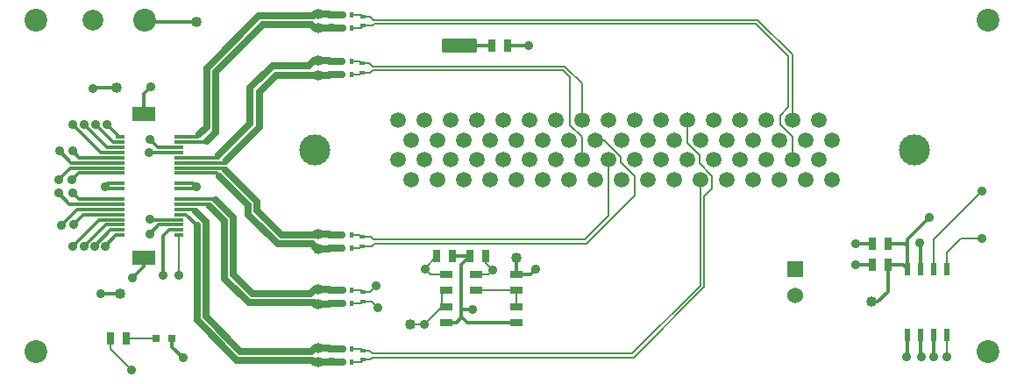
<source format=gtl>
G04 (created by PCBNEW (2013-jul-07)-stable) date Fri 08 Aug 2014 03:37:50 PM CDT*
%MOIN*%
G04 Gerber Fmt 3.4, Leading zero omitted, Abs format*
%FSLAX34Y34*%
G01*
G70*
G90*
G04 APERTURE LIST*
%ADD10C,0.00590551*%
%ADD11C,0.04*%
%ADD12R,0.02X0.045*%
%ADD13R,0.0354331X0.011811*%
%ADD14R,0.0866142X0.0531496*%
%ADD15R,0.045X0.025*%
%ADD16R,0.025X0.045*%
%ADD17R,0.0236X0.0157*%
%ADD18R,0.0157X0.0236*%
%ADD19C,0.0590551*%
%ADD20C,0.11811*%
%ADD21R,0.06X0.06*%
%ADD22C,0.06*%
%ADD23R,0.0314X0.0314*%
%ADD24C,0.0787402*%
%ADD25C,0.0866142*%
%ADD26C,0.035*%
%ADD27C,0.011811*%
%ADD28C,0.0082*%
%ADD29C,0.027*%
%ADD30C,0.01*%
G04 APERTURE END LIST*
G54D10*
G54D11*
X27350Y-25250D03*
X32000Y-35425D03*
X32000Y-37650D03*
X32000Y-38200D03*
X24480Y-35590D03*
X53040Y-35900D03*
X24320Y-27770D03*
X39527Y-34212D03*
X35511Y-36771D03*
X32000Y-24950D03*
X32000Y-25500D03*
X32000Y-26725D03*
X32000Y-27275D03*
X32000Y-33325D03*
X32000Y-35975D03*
X32000Y-33875D03*
G54D12*
X54400Y-34650D03*
X54900Y-34650D03*
X55400Y-34650D03*
X55900Y-34650D03*
X55900Y-37150D03*
X55400Y-37150D03*
X54900Y-37150D03*
X54400Y-37150D03*
G54D13*
X26712Y-33366D03*
X24468Y-33366D03*
X26712Y-33169D03*
X24468Y-33169D03*
X26712Y-32972D03*
X24468Y-32972D03*
X26712Y-32775D03*
X24468Y-32775D03*
X26712Y-32578D03*
X24468Y-32578D03*
X26712Y-32381D03*
X24468Y-32381D03*
X26712Y-32185D03*
X24468Y-32185D03*
X26712Y-31988D03*
X24468Y-31988D03*
X26712Y-31594D03*
X24468Y-31594D03*
X26712Y-31397D03*
X24468Y-31397D03*
X26712Y-31003D03*
X24468Y-31003D03*
X26712Y-30807D03*
X24468Y-30807D03*
X26712Y-30610D03*
X24468Y-30610D03*
X26712Y-30413D03*
X24468Y-30413D03*
X26712Y-30216D03*
X24468Y-30216D03*
X26712Y-30019D03*
X24468Y-30019D03*
X26712Y-29822D03*
X24468Y-29822D03*
X26712Y-29625D03*
X24468Y-29625D03*
G54D14*
X25354Y-34224D03*
X25354Y-28769D03*
G54D15*
X38000Y-35450D03*
X38000Y-34850D03*
G54D16*
X38370Y-34173D03*
X37770Y-34173D03*
X53660Y-33690D03*
X53060Y-33690D03*
X53660Y-34490D03*
X53060Y-34490D03*
X36511Y-34173D03*
X37111Y-34173D03*
G54D15*
X39540Y-35450D03*
X39540Y-34850D03*
X36870Y-36080D03*
X36870Y-36680D03*
X39530Y-36080D03*
X39530Y-36680D03*
X36870Y-35460D03*
X36870Y-34860D03*
G54D16*
X24100Y-37290D03*
X24700Y-37290D03*
G54D17*
X33700Y-37748D03*
X33700Y-38102D03*
X33700Y-25048D03*
X33700Y-25402D03*
X33650Y-26823D03*
X33650Y-27177D03*
X33650Y-33423D03*
X33650Y-33777D03*
X33700Y-35523D03*
X33700Y-35877D03*
G54D18*
X33277Y-24975D03*
X32923Y-24975D03*
G54D17*
X32500Y-33423D03*
X32500Y-33777D03*
G54D18*
X33277Y-25475D03*
X32923Y-25475D03*
G54D17*
X32500Y-25048D03*
X32500Y-25402D03*
G54D18*
X33252Y-26750D03*
X32898Y-26750D03*
G54D17*
X32500Y-26823D03*
X32500Y-27177D03*
G54D18*
X33252Y-27250D03*
X32898Y-27250D03*
X33252Y-33350D03*
X32898Y-33350D03*
X33252Y-33850D03*
X32898Y-33850D03*
X33277Y-35450D03*
X32923Y-35450D03*
G54D17*
X32500Y-35523D03*
X32500Y-35877D03*
G54D18*
X33277Y-35950D03*
X32923Y-35950D03*
X33277Y-37675D03*
X32923Y-37675D03*
G54D17*
X32500Y-38102D03*
X32500Y-37748D03*
G54D18*
X33277Y-38175D03*
X32923Y-38175D03*
G54D19*
X51525Y-29750D03*
X51525Y-31250D03*
X51025Y-29000D03*
X51025Y-30500D03*
X50525Y-29750D03*
X50525Y-31250D03*
X50025Y-29000D03*
X50025Y-30500D03*
X49525Y-29750D03*
X49525Y-31250D03*
X49025Y-29000D03*
X49025Y-30500D03*
X48525Y-29750D03*
X48525Y-31250D03*
X48025Y-29000D03*
X48025Y-30500D03*
X47525Y-29750D03*
X47525Y-31250D03*
X47025Y-29000D03*
X47025Y-30500D03*
X46525Y-29750D03*
X46525Y-31250D03*
X46025Y-29000D03*
X46025Y-30500D03*
X45525Y-29750D03*
X45525Y-31250D03*
X45025Y-29000D03*
X45025Y-30500D03*
X44525Y-29750D03*
X44525Y-31250D03*
X44025Y-29000D03*
X44025Y-30500D03*
X43525Y-29750D03*
X43525Y-31250D03*
X43025Y-29000D03*
X43025Y-30500D03*
X42525Y-29750D03*
X42525Y-31250D03*
X42025Y-29000D03*
X42025Y-30500D03*
X41525Y-29750D03*
X41525Y-31250D03*
X41025Y-29000D03*
X41025Y-30500D03*
X40525Y-29750D03*
X40525Y-31250D03*
X40025Y-29000D03*
X40025Y-30500D03*
X39525Y-29750D03*
X39525Y-31250D03*
X39025Y-29000D03*
X39025Y-30500D03*
X38525Y-29750D03*
X38525Y-31250D03*
X38025Y-29000D03*
X38025Y-30500D03*
X37525Y-29750D03*
X37525Y-31250D03*
X37025Y-29000D03*
X37025Y-30500D03*
X36525Y-29750D03*
X36525Y-31250D03*
X36025Y-29000D03*
X36025Y-30500D03*
X35525Y-29750D03*
X35525Y-31250D03*
X35025Y-29000D03*
X35025Y-30500D03*
G54D20*
X31875Y-30125D03*
X54675Y-30125D03*
G54D21*
X50145Y-34660D03*
G54D22*
X50145Y-35660D03*
G54D23*
X25845Y-37290D03*
X26435Y-37290D03*
G54D24*
X23425Y-25196D03*
G54D25*
X25393Y-25196D03*
X57480Y-25196D03*
X57480Y-37795D03*
X21259Y-37795D03*
X21259Y-25196D03*
G54D16*
X38597Y-26141D03*
X39197Y-26141D03*
G54D26*
X37834Y-26141D03*
X40280Y-34650D03*
X55220Y-32690D03*
X26110Y-34890D03*
X37362Y-26141D03*
X36889Y-26141D03*
X36060Y-34650D03*
X38640Y-34680D03*
X34260Y-36110D03*
X34200Y-35300D03*
X25629Y-27716D03*
X22677Y-29173D03*
X23110Y-29173D03*
X23543Y-29173D03*
X23976Y-29173D03*
X22125Y-31259D03*
X22637Y-31259D03*
X22125Y-31771D03*
X22677Y-31771D03*
X22677Y-33779D03*
X23110Y-33779D03*
X23503Y-33779D03*
X23897Y-33779D03*
X24921Y-35000D03*
X26850Y-38031D03*
X54370Y-37992D03*
X54921Y-37992D03*
X55393Y-37992D03*
X55905Y-37992D03*
X52440Y-33700D03*
X52440Y-34488D03*
X54881Y-33661D03*
X37874Y-36181D03*
X27360Y-31510D03*
X23900Y-31510D03*
X57230Y-31680D03*
X57230Y-33500D03*
X24900Y-38500D03*
X40000Y-26141D03*
X26710Y-34890D03*
X36020Y-36770D03*
X22160Y-30160D03*
X22650Y-30150D03*
X25580Y-30220D03*
X25590Y-29720D03*
X23425Y-27795D03*
X22690Y-32970D03*
X22230Y-32980D03*
X25600Y-32770D03*
X25590Y-33310D03*
X23740Y-35590D03*
G54D27*
X54400Y-33790D02*
X54400Y-34650D01*
X54300Y-33690D02*
X54400Y-33790D01*
X53660Y-33690D02*
X54300Y-33690D01*
X54240Y-34490D02*
X54400Y-34650D01*
X53660Y-34490D02*
X54240Y-34490D01*
X40080Y-34850D02*
X40280Y-34650D01*
X39540Y-34850D02*
X40080Y-34850D01*
X53273Y-35900D02*
X53660Y-35513D01*
X53660Y-35513D02*
X53660Y-34490D01*
X53040Y-35900D02*
X53273Y-35900D01*
X37834Y-26141D02*
X38597Y-26141D01*
X54400Y-33790D02*
X54400Y-33510D01*
X55220Y-32690D02*
X54400Y-33510D01*
X26330Y-33169D02*
X26712Y-33169D01*
X26330Y-33169D02*
X26110Y-33390D01*
X26110Y-33390D02*
X26110Y-34890D01*
X36889Y-26141D02*
X37362Y-26141D01*
X39527Y-34837D02*
X39540Y-34850D01*
X39527Y-34212D02*
X39527Y-34837D01*
G54D28*
X36270Y-34860D02*
X36060Y-34650D01*
X36870Y-34860D02*
X36270Y-34860D01*
X36060Y-34624D02*
X36511Y-34173D01*
X36060Y-34650D02*
X36060Y-34624D01*
X38470Y-34850D02*
X38640Y-34680D01*
X38000Y-34850D02*
X38470Y-34850D01*
X38370Y-34410D02*
X38640Y-34680D01*
X38370Y-34173D02*
X38370Y-34410D01*
X33980Y-38102D02*
X34062Y-38020D01*
X35000Y-38020D02*
X35010Y-38020D01*
X34062Y-38020D02*
X35000Y-38020D01*
X33700Y-38102D02*
X33980Y-38102D01*
X43994Y-38020D02*
X46677Y-35337D01*
X46677Y-35337D02*
X46677Y-31892D01*
X46677Y-31892D02*
X46980Y-31590D01*
X46980Y-31590D02*
X46980Y-31110D01*
X46980Y-31110D02*
X46500Y-30630D01*
X46500Y-30630D02*
X46500Y-30330D01*
X46500Y-30330D02*
X46025Y-29855D01*
X46025Y-29855D02*
X46025Y-29000D01*
X35000Y-38020D02*
X43994Y-38020D01*
X33627Y-38175D02*
X33700Y-38102D01*
X33277Y-38175D02*
X33627Y-38175D01*
X33948Y-37748D02*
X34060Y-37860D01*
X34910Y-37860D02*
X35000Y-37860D01*
X34060Y-37860D02*
X34910Y-37860D01*
X33700Y-37748D02*
X33948Y-37748D01*
X43940Y-37860D02*
X46525Y-35275D01*
X46525Y-35275D02*
X46525Y-31250D01*
X34910Y-37860D02*
X43940Y-37860D01*
X33627Y-37675D02*
X33700Y-37748D01*
X33277Y-37675D02*
X33627Y-37675D01*
X34027Y-35877D02*
X34260Y-36110D01*
X33700Y-35877D02*
X34027Y-35877D01*
X33627Y-35950D02*
X33700Y-35877D01*
X33277Y-35950D02*
X33627Y-35950D01*
X33977Y-35523D02*
X34200Y-35300D01*
X33700Y-35523D02*
X33977Y-35523D01*
X33627Y-35450D02*
X33700Y-35523D01*
X33277Y-35450D02*
X33627Y-35450D01*
G54D27*
X25446Y-25250D02*
X25393Y-25196D01*
X27350Y-25250D02*
X25446Y-25250D01*
X25354Y-27992D02*
X25629Y-27716D01*
X25354Y-28769D02*
X25354Y-27992D01*
X23720Y-30216D02*
X22677Y-29173D01*
X24468Y-30216D02*
X23720Y-30216D01*
X23956Y-30019D02*
X23110Y-29173D01*
X24468Y-30019D02*
X23956Y-30019D01*
X24192Y-29822D02*
X23543Y-29173D01*
X24468Y-29822D02*
X24192Y-29822D01*
X24429Y-29625D02*
X23976Y-29173D01*
X24468Y-29625D02*
X24429Y-29625D01*
X22578Y-30807D02*
X22125Y-31259D01*
X24468Y-30807D02*
X22578Y-30807D01*
X22893Y-31003D02*
X22637Y-31259D01*
X24468Y-31003D02*
X22893Y-31003D01*
X22539Y-32185D02*
X22125Y-31771D01*
X24468Y-32185D02*
X22539Y-32185D01*
X22893Y-31988D02*
X22677Y-31771D01*
X24468Y-31988D02*
X22893Y-31988D01*
X23681Y-32775D02*
X22677Y-33779D01*
X24468Y-32775D02*
X23681Y-32775D01*
X23917Y-32972D02*
X23110Y-33779D01*
X24468Y-32972D02*
X23917Y-32972D01*
X24114Y-33169D02*
X23503Y-33779D01*
X24468Y-33169D02*
X24114Y-33169D01*
X24311Y-33366D02*
X23897Y-33779D01*
X24468Y-33366D02*
X24311Y-33366D01*
X25354Y-34566D02*
X24921Y-35000D01*
X25354Y-34224D02*
X25354Y-34566D01*
X26435Y-37616D02*
X26850Y-38031D01*
X26435Y-37290D02*
X26435Y-37616D01*
X54400Y-37962D02*
X54370Y-37992D01*
X54400Y-37150D02*
X54400Y-37962D01*
X54900Y-37970D02*
X54921Y-37992D01*
X54900Y-37150D02*
X54900Y-37970D01*
X55400Y-37985D02*
X55393Y-37992D01*
X55400Y-37150D02*
X55400Y-37985D01*
G54D28*
X55900Y-37986D02*
X55905Y-37992D01*
X55900Y-37150D02*
X55900Y-37986D01*
G54D27*
X52451Y-33690D02*
X52440Y-33700D01*
X53060Y-33690D02*
X52451Y-33690D01*
X52442Y-34490D02*
X52440Y-34488D01*
X53060Y-34490D02*
X52442Y-34490D01*
X54900Y-33679D02*
X54881Y-33661D01*
X54900Y-34650D02*
X54900Y-33679D01*
X37257Y-36680D02*
X36870Y-36680D01*
X37440Y-36496D02*
X37257Y-36680D01*
X37440Y-36456D02*
X37440Y-36496D01*
X37440Y-36181D02*
X37440Y-36456D01*
X37440Y-34503D02*
X37440Y-36181D01*
X37770Y-34173D02*
X37440Y-34503D01*
X37111Y-34173D02*
X37770Y-34173D01*
X37664Y-36680D02*
X37440Y-36456D01*
X39530Y-36680D02*
X37664Y-36680D01*
X37440Y-36181D02*
X37874Y-36181D01*
X27275Y-31594D02*
X27360Y-31510D01*
X26712Y-31594D02*
X27275Y-31594D01*
X27247Y-31397D02*
X27360Y-31510D01*
X26712Y-31397D02*
X27247Y-31397D01*
X23984Y-31594D02*
X23900Y-31510D01*
X24468Y-31594D02*
X23984Y-31594D01*
X24012Y-31397D02*
X23900Y-31510D01*
X24468Y-31397D02*
X24012Y-31397D01*
G54D28*
X55400Y-33510D02*
X57230Y-31680D01*
X55400Y-34650D02*
X55400Y-33510D01*
X57230Y-33500D02*
X56420Y-33500D01*
X56420Y-33500D02*
X55900Y-34020D01*
X55900Y-34020D02*
X55900Y-34650D01*
X24700Y-37290D02*
X25845Y-37290D01*
X24900Y-38500D02*
X24100Y-37700D01*
X24100Y-37700D02*
X24100Y-37290D01*
X39530Y-35460D02*
X39520Y-35450D01*
X39520Y-35450D02*
X38000Y-35450D01*
X39530Y-36080D02*
X39530Y-35460D01*
G54D27*
X40000Y-26141D02*
X39197Y-26141D01*
G54D28*
X26712Y-34887D02*
X26710Y-34890D01*
X26712Y-33366D02*
X26712Y-34887D01*
X36020Y-36770D02*
X36710Y-36080D01*
X36710Y-36080D02*
X36710Y-35620D01*
X36710Y-35620D02*
X36870Y-35460D01*
X35513Y-36770D02*
X35511Y-36771D01*
X36020Y-36770D02*
X35513Y-36770D01*
X48627Y-25327D02*
X49872Y-26572D01*
X49872Y-26572D02*
X49872Y-28502D01*
X49872Y-28502D02*
X49550Y-28825D01*
X49550Y-28825D02*
X49550Y-29150D01*
X49550Y-29150D02*
X50025Y-29625D01*
X50025Y-29625D02*
X50025Y-30500D01*
X33700Y-25402D02*
X34055Y-25402D01*
X34130Y-25327D02*
X34600Y-25327D01*
X34055Y-25402D02*
X34130Y-25327D01*
X34600Y-25327D02*
X48627Y-25327D01*
X33627Y-25475D02*
X33700Y-25402D01*
X33277Y-25475D02*
X33627Y-25475D01*
X48700Y-25175D02*
X50025Y-26500D01*
X50025Y-26500D02*
X50025Y-29000D01*
X33700Y-25048D02*
X33973Y-25048D01*
X34100Y-25175D02*
X34650Y-25175D01*
X33973Y-25048D02*
X34100Y-25175D01*
X34650Y-25175D02*
X48700Y-25175D01*
X33627Y-24975D02*
X33700Y-25048D01*
X33277Y-24975D02*
X33627Y-24975D01*
X42197Y-33677D02*
X44025Y-31850D01*
X44025Y-31850D02*
X44025Y-31125D01*
X44025Y-31125D02*
X43500Y-30600D01*
X43500Y-30600D02*
X43500Y-30375D01*
X43500Y-30375D02*
X42875Y-29750D01*
X42875Y-29750D02*
X42525Y-29750D01*
X33650Y-33777D02*
X34023Y-33777D01*
X34122Y-33677D02*
X34650Y-33677D01*
X34023Y-33777D02*
X34122Y-33677D01*
X34650Y-33677D02*
X42197Y-33677D01*
X33577Y-33850D02*
X33650Y-33777D01*
X33252Y-33850D02*
X33577Y-33850D01*
X33998Y-33423D02*
X34100Y-33525D01*
X34650Y-33525D02*
X34675Y-33525D01*
X34100Y-33525D02*
X34650Y-33525D01*
X33650Y-33423D02*
X33998Y-33423D01*
X42125Y-33525D02*
X43025Y-32625D01*
X43025Y-32625D02*
X43025Y-30500D01*
X34650Y-33525D02*
X42125Y-33525D01*
X33577Y-33350D02*
X33650Y-33423D01*
X33252Y-33350D02*
X33577Y-33350D01*
G54D29*
X31859Y-37650D02*
X31730Y-37779D01*
X31730Y-37779D02*
X29040Y-37779D01*
X29040Y-37779D02*
X27726Y-36465D01*
X27726Y-36465D02*
X27726Y-32855D01*
X27340Y-32469D02*
X27320Y-32449D01*
X27726Y-32855D02*
X27340Y-32469D01*
X32000Y-37650D02*
X31859Y-37650D01*
G54D27*
X27331Y-32381D02*
X27340Y-32390D01*
X27340Y-32390D02*
X27340Y-32469D01*
X26712Y-32381D02*
X27331Y-32381D01*
G54D29*
X32402Y-37650D02*
X32427Y-37675D01*
X32427Y-37675D02*
X32923Y-37675D01*
X32000Y-37650D02*
X32402Y-37650D01*
G54D27*
X26961Y-32578D02*
X27386Y-33003D01*
G54D29*
X31840Y-38200D02*
X32000Y-38200D01*
X27386Y-36606D02*
X27386Y-33003D01*
X28900Y-38120D02*
X27386Y-36606D01*
X31760Y-38120D02*
X28900Y-38120D01*
X31840Y-38200D02*
X31760Y-38120D01*
G54D27*
X26712Y-32578D02*
X26961Y-32578D01*
G54D29*
X32402Y-38200D02*
X32427Y-38175D01*
X32427Y-38175D02*
X32923Y-38175D01*
X32000Y-38200D02*
X32402Y-38200D01*
X31860Y-24950D02*
X31787Y-25023D01*
X31787Y-25023D02*
X29747Y-25023D01*
X29747Y-25023D02*
X27750Y-27020D01*
X27750Y-27020D02*
X27750Y-29262D01*
X27750Y-29262D02*
X27480Y-29532D01*
X32000Y-24950D02*
X31860Y-24950D01*
G54D27*
X26712Y-29625D02*
X27444Y-29625D01*
G54D29*
X32402Y-24950D02*
X32427Y-24975D01*
X32427Y-24975D02*
X32923Y-24975D01*
X32000Y-24950D02*
X32402Y-24950D01*
X32402Y-25500D02*
X32427Y-25475D01*
X32427Y-25475D02*
X32923Y-25475D01*
X32000Y-25500D02*
X32402Y-25500D01*
G54D27*
X27737Y-29822D02*
X27780Y-29780D01*
G54D29*
X31876Y-25500D02*
X32000Y-25500D01*
X28090Y-29469D02*
X27780Y-29780D01*
X28090Y-27160D02*
X28090Y-29469D01*
X29887Y-25363D02*
X28090Y-27160D01*
X31740Y-25363D02*
X29887Y-25363D01*
X31876Y-25500D02*
X31740Y-25363D01*
G54D27*
X26712Y-29822D02*
X27737Y-29822D01*
G54D29*
X31835Y-26725D02*
X31630Y-26930D01*
X31630Y-26930D02*
X30250Y-26930D01*
X30250Y-26930D02*
X29410Y-27770D01*
X29410Y-27770D02*
X29410Y-29110D01*
X28200Y-30320D02*
X28190Y-30330D01*
X29410Y-29110D02*
X28200Y-30320D01*
X32000Y-26725D02*
X31835Y-26725D01*
G54D27*
X28186Y-30413D02*
X28200Y-30400D01*
X28200Y-30400D02*
X28200Y-30320D01*
X26712Y-30413D02*
X28186Y-30413D01*
G54D29*
X32402Y-26725D02*
X32427Y-26750D01*
X32427Y-26750D02*
X32898Y-26750D01*
X32000Y-26725D02*
X32402Y-26725D01*
X30395Y-27275D02*
X29760Y-27910D01*
X29760Y-27910D02*
X29760Y-29270D01*
X28530Y-30500D02*
X28510Y-30520D01*
X29760Y-29270D02*
X28530Y-30500D01*
X32000Y-27275D02*
X30395Y-27275D01*
G54D27*
X28509Y-30610D02*
X28530Y-30590D01*
X28530Y-30590D02*
X28530Y-30500D01*
X26712Y-30610D02*
X28509Y-30610D01*
G54D29*
X32402Y-27275D02*
X32427Y-27250D01*
X32427Y-27250D02*
X32898Y-27250D01*
X32000Y-27275D02*
X32402Y-27275D01*
G54D27*
X28412Y-30807D02*
X28480Y-30874D01*
G54D29*
X31875Y-33325D02*
X32000Y-33325D01*
X29680Y-32074D02*
X28480Y-30874D01*
X29680Y-32440D02*
X29680Y-32074D01*
X30590Y-33350D02*
X29680Y-32440D01*
X31850Y-33350D02*
X30590Y-33350D01*
X31875Y-33325D02*
X31850Y-33350D01*
G54D27*
X26712Y-30807D02*
X28412Y-30807D01*
G54D29*
X32402Y-33325D02*
X32427Y-33350D01*
X32427Y-33350D02*
X32898Y-33350D01*
X32000Y-33325D02*
X32402Y-33325D01*
G54D27*
X28128Y-31003D02*
X28239Y-31114D01*
G54D29*
X31944Y-33875D02*
X32000Y-33875D01*
X29339Y-32215D02*
X28239Y-31114D01*
X29339Y-32580D02*
X29339Y-32215D01*
X30449Y-33690D02*
X29339Y-32580D01*
X31760Y-33690D02*
X30449Y-33690D01*
X31944Y-33875D02*
X31760Y-33690D01*
G54D27*
X26712Y-31003D02*
X28128Y-31003D01*
G54D29*
X32402Y-33875D02*
X32427Y-33850D01*
X32427Y-33850D02*
X32898Y-33850D01*
X32000Y-33875D02*
X32402Y-33875D01*
G54D27*
X28069Y-31988D02*
X28100Y-32019D01*
G54D29*
X31864Y-35425D02*
X32000Y-35425D01*
X28770Y-32689D02*
X28100Y-32019D01*
X28770Y-34869D02*
X28770Y-32689D01*
X29490Y-35589D02*
X28770Y-34869D01*
X31700Y-35589D02*
X29490Y-35589D01*
X31864Y-35425D02*
X31700Y-35589D01*
G54D27*
X26712Y-31988D02*
X28069Y-31988D01*
G54D29*
X32402Y-35425D02*
X32427Y-35450D01*
X32427Y-35450D02*
X32923Y-35450D01*
X32000Y-35425D02*
X32402Y-35425D01*
G54D27*
X27785Y-32185D02*
X27860Y-32260D01*
G54D29*
X31865Y-35975D02*
X32000Y-35975D01*
X28430Y-32830D02*
X27860Y-32260D01*
X28430Y-35010D02*
X28430Y-32830D01*
X29350Y-35930D02*
X28430Y-35010D01*
X31820Y-35930D02*
X29350Y-35930D01*
X31865Y-35975D02*
X31820Y-35930D01*
G54D27*
X26712Y-32185D02*
X27785Y-32185D01*
G54D29*
X32402Y-35975D02*
X32427Y-35950D01*
X32427Y-35950D02*
X32923Y-35950D01*
X32000Y-35975D02*
X32402Y-35975D01*
G54D28*
X33975Y-27177D02*
X34050Y-27102D01*
X34850Y-27102D02*
X34875Y-27102D01*
X34050Y-27102D02*
X34850Y-27102D01*
X33650Y-27177D02*
X33975Y-27177D01*
X41312Y-27102D02*
X41575Y-27364D01*
X41575Y-27364D02*
X41575Y-29175D01*
X41575Y-29175D02*
X42025Y-29625D01*
X42025Y-29625D02*
X42025Y-30500D01*
X34850Y-27102D02*
X41312Y-27102D01*
X33577Y-27250D02*
X33650Y-27177D01*
X33252Y-27250D02*
X33577Y-27250D01*
X41375Y-26950D02*
X42025Y-27600D01*
X42025Y-27600D02*
X42025Y-29000D01*
X33650Y-26823D02*
X33923Y-26823D01*
X34050Y-26950D02*
X34875Y-26950D01*
X33923Y-26823D02*
X34050Y-26950D01*
X34875Y-26950D02*
X41375Y-26950D01*
X33577Y-26750D02*
X33650Y-26823D01*
X33252Y-26750D02*
X33577Y-26750D01*
G54D27*
X22610Y-30610D02*
X22160Y-30160D01*
X24468Y-30610D02*
X22610Y-30610D01*
X22913Y-30413D02*
X22650Y-30150D01*
X24468Y-30413D02*
X22913Y-30413D01*
X25583Y-30216D02*
X25580Y-30220D01*
X26712Y-30216D02*
X25583Y-30216D01*
X25889Y-30019D02*
X25590Y-29720D01*
X26712Y-30019D02*
X25889Y-30019D01*
X23450Y-27770D02*
X23425Y-27795D01*
X24320Y-27770D02*
X23450Y-27770D01*
X23081Y-32578D02*
X22690Y-32970D01*
X24468Y-32578D02*
X23081Y-32578D01*
X22828Y-32381D02*
X22230Y-32980D01*
X24468Y-32381D02*
X22828Y-32381D01*
X25605Y-32775D02*
X25600Y-32770D01*
X26712Y-32775D02*
X25605Y-32775D01*
X25927Y-32972D02*
X25590Y-33310D01*
X26712Y-32972D02*
X25927Y-32972D01*
X23740Y-35590D02*
X23740Y-35590D01*
X24480Y-35590D02*
X23740Y-35590D01*
G54D10*
G36*
X37981Y-26367D02*
X36742Y-26367D01*
X36742Y-25916D01*
X37981Y-25916D01*
X37981Y-26367D01*
X37981Y-26367D01*
G37*
G54D30*
X37981Y-26367D02*
X36742Y-26367D01*
X36742Y-25916D01*
X37981Y-25916D01*
X37981Y-26367D01*
M02*

</source>
